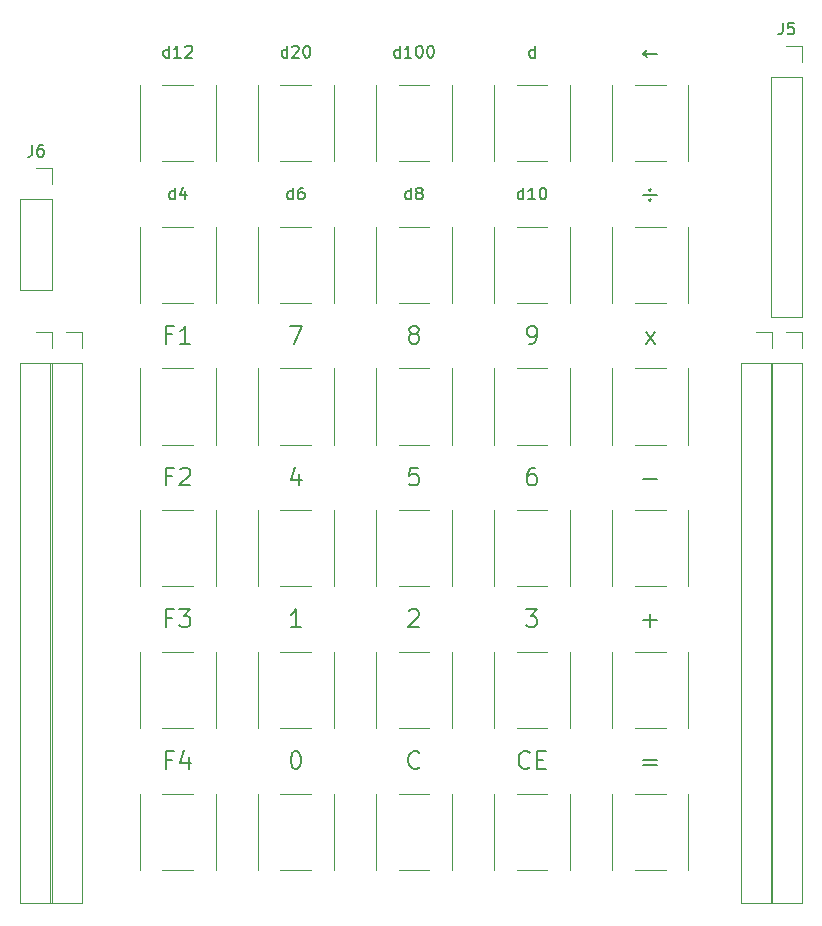
<source format=gto>
G04 #@! TF.GenerationSoftware,KiCad,Pcbnew,5.1.6-c6e7f7d~87~ubuntu18.04.1*
G04 #@! TF.CreationDate,2021-01-10T20:40:06-05:00*
G04 #@! TF.ProjectId,dicecalc,64696365-6361-46c6-932e-6b696361645f,rev?*
G04 #@! TF.SameCoordinates,Original*
G04 #@! TF.FileFunction,Legend,Top*
G04 #@! TF.FilePolarity,Positive*
%FSLAX46Y46*%
G04 Gerber Fmt 4.6, Leading zero omitted, Abs format (unit mm)*
G04 Created by KiCad (PCBNEW 5.1.6-c6e7f7d~87~ubuntu18.04.1) date 2021-01-10 20:40:06*
%MOMM*%
%LPD*%
G01*
G04 APERTURE LIST*
%ADD10C,0.150000*%
%ADD11C,0.120000*%
G04 APERTURE END LIST*
D10*
X119471428Y-87207142D02*
X118328571Y-87207142D01*
X118614285Y-87492857D02*
X118328571Y-87207142D01*
X118614285Y-86921428D01*
X109114285Y-87552380D02*
X109114285Y-86552380D01*
X109114285Y-87504761D02*
X109019047Y-87552380D01*
X108828571Y-87552380D01*
X108733333Y-87504761D01*
X108685714Y-87457142D01*
X108638095Y-87361904D01*
X108638095Y-87076190D01*
X108685714Y-86980952D01*
X108733333Y-86933333D01*
X108828571Y-86885714D01*
X109019047Y-86885714D01*
X109114285Y-86933333D01*
X97685714Y-87552380D02*
X97685714Y-86552380D01*
X97685714Y-87504761D02*
X97590476Y-87552380D01*
X97400000Y-87552380D01*
X97304761Y-87504761D01*
X97257142Y-87457142D01*
X97209523Y-87361904D01*
X97209523Y-87076190D01*
X97257142Y-86980952D01*
X97304761Y-86933333D01*
X97400000Y-86885714D01*
X97590476Y-86885714D01*
X97685714Y-86933333D01*
X98685714Y-87552380D02*
X98114285Y-87552380D01*
X98400000Y-87552380D02*
X98400000Y-86552380D01*
X98304761Y-86695238D01*
X98209523Y-86790476D01*
X98114285Y-86838095D01*
X99304761Y-86552380D02*
X99400000Y-86552380D01*
X99495238Y-86600000D01*
X99542857Y-86647619D01*
X99590476Y-86742857D01*
X99638095Y-86933333D01*
X99638095Y-87171428D01*
X99590476Y-87361904D01*
X99542857Y-87457142D01*
X99495238Y-87504761D01*
X99400000Y-87552380D01*
X99304761Y-87552380D01*
X99209523Y-87504761D01*
X99161904Y-87457142D01*
X99114285Y-87361904D01*
X99066666Y-87171428D01*
X99066666Y-86933333D01*
X99114285Y-86742857D01*
X99161904Y-86647619D01*
X99209523Y-86600000D01*
X99304761Y-86552380D01*
X100257142Y-86552380D02*
X100352380Y-86552380D01*
X100447619Y-86600000D01*
X100495238Y-86647619D01*
X100542857Y-86742857D01*
X100590476Y-86933333D01*
X100590476Y-87171428D01*
X100542857Y-87361904D01*
X100495238Y-87457142D01*
X100447619Y-87504761D01*
X100352380Y-87552380D01*
X100257142Y-87552380D01*
X100161904Y-87504761D01*
X100114285Y-87457142D01*
X100066666Y-87361904D01*
X100019047Y-87171428D01*
X100019047Y-86933333D01*
X100066666Y-86742857D01*
X100114285Y-86647619D01*
X100161904Y-86600000D01*
X100257142Y-86552380D01*
X88161904Y-87552380D02*
X88161904Y-86552380D01*
X88161904Y-87504761D02*
X88066666Y-87552380D01*
X87876190Y-87552380D01*
X87780952Y-87504761D01*
X87733333Y-87457142D01*
X87685714Y-87361904D01*
X87685714Y-87076190D01*
X87733333Y-86980952D01*
X87780952Y-86933333D01*
X87876190Y-86885714D01*
X88066666Y-86885714D01*
X88161904Y-86933333D01*
X88590476Y-86647619D02*
X88638095Y-86600000D01*
X88733333Y-86552380D01*
X88971428Y-86552380D01*
X89066666Y-86600000D01*
X89114285Y-86647619D01*
X89161904Y-86742857D01*
X89161904Y-86838095D01*
X89114285Y-86980952D01*
X88542857Y-87552380D01*
X89161904Y-87552380D01*
X89780952Y-86552380D02*
X89876190Y-86552380D01*
X89971428Y-86600000D01*
X90019047Y-86647619D01*
X90066666Y-86742857D01*
X90114285Y-86933333D01*
X90114285Y-87171428D01*
X90066666Y-87361904D01*
X90019047Y-87457142D01*
X89971428Y-87504761D01*
X89876190Y-87552380D01*
X89780952Y-87552380D01*
X89685714Y-87504761D01*
X89638095Y-87457142D01*
X89590476Y-87361904D01*
X89542857Y-87171428D01*
X89542857Y-86933333D01*
X89590476Y-86742857D01*
X89638095Y-86647619D01*
X89685714Y-86600000D01*
X89780952Y-86552380D01*
X78161904Y-87552380D02*
X78161904Y-86552380D01*
X78161904Y-87504761D02*
X78066666Y-87552380D01*
X77876190Y-87552380D01*
X77780952Y-87504761D01*
X77733333Y-87457142D01*
X77685714Y-87361904D01*
X77685714Y-87076190D01*
X77733333Y-86980952D01*
X77780952Y-86933333D01*
X77876190Y-86885714D01*
X78066666Y-86885714D01*
X78161904Y-86933333D01*
X79161904Y-87552380D02*
X78590476Y-87552380D01*
X78876190Y-87552380D02*
X78876190Y-86552380D01*
X78780952Y-86695238D01*
X78685714Y-86790476D01*
X78590476Y-86838095D01*
X79542857Y-86647619D02*
X79590476Y-86600000D01*
X79685714Y-86552380D01*
X79923809Y-86552380D01*
X80019047Y-86600000D01*
X80066666Y-86647619D01*
X80114285Y-86742857D01*
X80114285Y-86838095D01*
X80066666Y-86980952D01*
X79495238Y-87552380D01*
X80114285Y-87552380D01*
X119471428Y-99207142D02*
X118328571Y-99207142D01*
X118900000Y-99564285D02*
X118971428Y-99635714D01*
X118900000Y-99707142D01*
X118828571Y-99635714D01*
X118900000Y-99564285D01*
X118900000Y-99707142D01*
X118900000Y-98707142D02*
X118971428Y-98778571D01*
X118900000Y-98850000D01*
X118828571Y-98778571D01*
X118900000Y-98707142D01*
X118900000Y-98850000D01*
X108161904Y-99552380D02*
X108161904Y-98552380D01*
X108161904Y-99504761D02*
X108066666Y-99552380D01*
X107876190Y-99552380D01*
X107780952Y-99504761D01*
X107733333Y-99457142D01*
X107685714Y-99361904D01*
X107685714Y-99076190D01*
X107733333Y-98980952D01*
X107780952Y-98933333D01*
X107876190Y-98885714D01*
X108066666Y-98885714D01*
X108161904Y-98933333D01*
X109161904Y-99552380D02*
X108590476Y-99552380D01*
X108876190Y-99552380D02*
X108876190Y-98552380D01*
X108780952Y-98695238D01*
X108685714Y-98790476D01*
X108590476Y-98838095D01*
X109780952Y-98552380D02*
X109876190Y-98552380D01*
X109971428Y-98600000D01*
X110019047Y-98647619D01*
X110066666Y-98742857D01*
X110114285Y-98933333D01*
X110114285Y-99171428D01*
X110066666Y-99361904D01*
X110019047Y-99457142D01*
X109971428Y-99504761D01*
X109876190Y-99552380D01*
X109780952Y-99552380D01*
X109685714Y-99504761D01*
X109638095Y-99457142D01*
X109590476Y-99361904D01*
X109542857Y-99171428D01*
X109542857Y-98933333D01*
X109590476Y-98742857D01*
X109638095Y-98647619D01*
X109685714Y-98600000D01*
X109780952Y-98552380D01*
X98638095Y-99552380D02*
X98638095Y-98552380D01*
X98638095Y-99504761D02*
X98542857Y-99552380D01*
X98352380Y-99552380D01*
X98257142Y-99504761D01*
X98209523Y-99457142D01*
X98161904Y-99361904D01*
X98161904Y-99076190D01*
X98209523Y-98980952D01*
X98257142Y-98933333D01*
X98352380Y-98885714D01*
X98542857Y-98885714D01*
X98638095Y-98933333D01*
X99257142Y-98980952D02*
X99161904Y-98933333D01*
X99114285Y-98885714D01*
X99066666Y-98790476D01*
X99066666Y-98742857D01*
X99114285Y-98647619D01*
X99161904Y-98600000D01*
X99257142Y-98552380D01*
X99447619Y-98552380D01*
X99542857Y-98600000D01*
X99590476Y-98647619D01*
X99638095Y-98742857D01*
X99638095Y-98790476D01*
X99590476Y-98885714D01*
X99542857Y-98933333D01*
X99447619Y-98980952D01*
X99257142Y-98980952D01*
X99161904Y-99028571D01*
X99114285Y-99076190D01*
X99066666Y-99171428D01*
X99066666Y-99361904D01*
X99114285Y-99457142D01*
X99161904Y-99504761D01*
X99257142Y-99552380D01*
X99447619Y-99552380D01*
X99542857Y-99504761D01*
X99590476Y-99457142D01*
X99638095Y-99361904D01*
X99638095Y-99171428D01*
X99590476Y-99076190D01*
X99542857Y-99028571D01*
X99447619Y-98980952D01*
X88638095Y-99552380D02*
X88638095Y-98552380D01*
X88638095Y-99504761D02*
X88542857Y-99552380D01*
X88352380Y-99552380D01*
X88257142Y-99504761D01*
X88209523Y-99457142D01*
X88161904Y-99361904D01*
X88161904Y-99076190D01*
X88209523Y-98980952D01*
X88257142Y-98933333D01*
X88352380Y-98885714D01*
X88542857Y-98885714D01*
X88638095Y-98933333D01*
X89542857Y-98552380D02*
X89352380Y-98552380D01*
X89257142Y-98600000D01*
X89209523Y-98647619D01*
X89114285Y-98790476D01*
X89066666Y-98980952D01*
X89066666Y-99361904D01*
X89114285Y-99457142D01*
X89161904Y-99504761D01*
X89257142Y-99552380D01*
X89447619Y-99552380D01*
X89542857Y-99504761D01*
X89590476Y-99457142D01*
X89638095Y-99361904D01*
X89638095Y-99123809D01*
X89590476Y-99028571D01*
X89542857Y-98980952D01*
X89447619Y-98933333D01*
X89257142Y-98933333D01*
X89161904Y-98980952D01*
X89114285Y-99028571D01*
X89066666Y-99123809D01*
X78638095Y-99552380D02*
X78638095Y-98552380D01*
X78638095Y-99504761D02*
X78542857Y-99552380D01*
X78352380Y-99552380D01*
X78257142Y-99504761D01*
X78209523Y-99457142D01*
X78161904Y-99361904D01*
X78161904Y-99076190D01*
X78209523Y-98980952D01*
X78257142Y-98933333D01*
X78352380Y-98885714D01*
X78542857Y-98885714D01*
X78638095Y-98933333D01*
X79542857Y-98885714D02*
X79542857Y-99552380D01*
X79304761Y-98504761D02*
X79066666Y-99219047D01*
X79685714Y-99219047D01*
X118507142Y-111778571D02*
X119292857Y-110778571D01*
X118507142Y-110778571D02*
X119292857Y-111778571D01*
X108614285Y-111778571D02*
X108900000Y-111778571D01*
X109042857Y-111707142D01*
X109114285Y-111635714D01*
X109257142Y-111421428D01*
X109328571Y-111135714D01*
X109328571Y-110564285D01*
X109257142Y-110421428D01*
X109185714Y-110350000D01*
X109042857Y-110278571D01*
X108757142Y-110278571D01*
X108614285Y-110350000D01*
X108542857Y-110421428D01*
X108471428Y-110564285D01*
X108471428Y-110921428D01*
X108542857Y-111064285D01*
X108614285Y-111135714D01*
X108757142Y-111207142D01*
X109042857Y-111207142D01*
X109185714Y-111135714D01*
X109257142Y-111064285D01*
X109328571Y-110921428D01*
X98757142Y-110921428D02*
X98614285Y-110850000D01*
X98542857Y-110778571D01*
X98471428Y-110635714D01*
X98471428Y-110564285D01*
X98542857Y-110421428D01*
X98614285Y-110350000D01*
X98757142Y-110278571D01*
X99042857Y-110278571D01*
X99185714Y-110350000D01*
X99257142Y-110421428D01*
X99328571Y-110564285D01*
X99328571Y-110635714D01*
X99257142Y-110778571D01*
X99185714Y-110850000D01*
X99042857Y-110921428D01*
X98757142Y-110921428D01*
X98614285Y-110992857D01*
X98542857Y-111064285D01*
X98471428Y-111207142D01*
X98471428Y-111492857D01*
X98542857Y-111635714D01*
X98614285Y-111707142D01*
X98757142Y-111778571D01*
X99042857Y-111778571D01*
X99185714Y-111707142D01*
X99257142Y-111635714D01*
X99328571Y-111492857D01*
X99328571Y-111207142D01*
X99257142Y-111064285D01*
X99185714Y-110992857D01*
X99042857Y-110921428D01*
X88400000Y-110278571D02*
X89400000Y-110278571D01*
X88757142Y-111778571D01*
X78400000Y-110992857D02*
X77900000Y-110992857D01*
X77900000Y-111778571D02*
X77900000Y-110278571D01*
X78614285Y-110278571D01*
X79971428Y-111778571D02*
X79114285Y-111778571D01*
X79542857Y-111778571D02*
X79542857Y-110278571D01*
X79400000Y-110492857D01*
X79257142Y-110635714D01*
X79114285Y-110707142D01*
X118328571Y-123207142D02*
X119471428Y-123207142D01*
X109185714Y-122278571D02*
X108900000Y-122278571D01*
X108757142Y-122350000D01*
X108685714Y-122421428D01*
X108542857Y-122635714D01*
X108471428Y-122921428D01*
X108471428Y-123492857D01*
X108542857Y-123635714D01*
X108614285Y-123707142D01*
X108757142Y-123778571D01*
X109042857Y-123778571D01*
X109185714Y-123707142D01*
X109257142Y-123635714D01*
X109328571Y-123492857D01*
X109328571Y-123135714D01*
X109257142Y-122992857D01*
X109185714Y-122921428D01*
X109042857Y-122850000D01*
X108757142Y-122850000D01*
X108614285Y-122921428D01*
X108542857Y-122992857D01*
X108471428Y-123135714D01*
X99257142Y-122278571D02*
X98542857Y-122278571D01*
X98471428Y-122992857D01*
X98542857Y-122921428D01*
X98685714Y-122850000D01*
X99042857Y-122850000D01*
X99185714Y-122921428D01*
X99257142Y-122992857D01*
X99328571Y-123135714D01*
X99328571Y-123492857D01*
X99257142Y-123635714D01*
X99185714Y-123707142D01*
X99042857Y-123778571D01*
X98685714Y-123778571D01*
X98542857Y-123707142D01*
X98471428Y-123635714D01*
X89185714Y-122778571D02*
X89185714Y-123778571D01*
X88828571Y-122207142D02*
X88471428Y-123278571D01*
X89400000Y-123278571D01*
X78400000Y-122992857D02*
X77900000Y-122992857D01*
X77900000Y-123778571D02*
X77900000Y-122278571D01*
X78614285Y-122278571D01*
X79114285Y-122421428D02*
X79185714Y-122350000D01*
X79328571Y-122278571D01*
X79685714Y-122278571D01*
X79828571Y-122350000D01*
X79900000Y-122421428D01*
X79971428Y-122564285D01*
X79971428Y-122707142D01*
X79900000Y-122921428D01*
X79042857Y-123778571D01*
X79971428Y-123778571D01*
X118328571Y-135207142D02*
X119471428Y-135207142D01*
X118900000Y-135778571D02*
X118900000Y-134635714D01*
X108400000Y-134278571D02*
X109328571Y-134278571D01*
X108828571Y-134850000D01*
X109042857Y-134850000D01*
X109185714Y-134921428D01*
X109257142Y-134992857D01*
X109328571Y-135135714D01*
X109328571Y-135492857D01*
X109257142Y-135635714D01*
X109185714Y-135707142D01*
X109042857Y-135778571D01*
X108614285Y-135778571D01*
X108471428Y-135707142D01*
X108400000Y-135635714D01*
X98471428Y-134421428D02*
X98542857Y-134350000D01*
X98685714Y-134278571D01*
X99042857Y-134278571D01*
X99185714Y-134350000D01*
X99257142Y-134421428D01*
X99328571Y-134564285D01*
X99328571Y-134707142D01*
X99257142Y-134921428D01*
X98400000Y-135778571D01*
X99328571Y-135778571D01*
X89328571Y-135778571D02*
X88471428Y-135778571D01*
X88900000Y-135778571D02*
X88900000Y-134278571D01*
X88757142Y-134492857D01*
X88614285Y-134635714D01*
X88471428Y-134707142D01*
X78400000Y-134992857D02*
X77900000Y-134992857D01*
X77900000Y-135778571D02*
X77900000Y-134278571D01*
X78614285Y-134278571D01*
X79042857Y-134278571D02*
X79971428Y-134278571D01*
X79471428Y-134850000D01*
X79685714Y-134850000D01*
X79828571Y-134921428D01*
X79900000Y-134992857D01*
X79971428Y-135135714D01*
X79971428Y-135492857D01*
X79900000Y-135635714D01*
X79828571Y-135707142D01*
X79685714Y-135778571D01*
X79257142Y-135778571D01*
X79114285Y-135707142D01*
X79042857Y-135635714D01*
X118328571Y-146992857D02*
X119471428Y-146992857D01*
X119471428Y-147421428D02*
X118328571Y-147421428D01*
X108685714Y-147635714D02*
X108614285Y-147707142D01*
X108400000Y-147778571D01*
X108257142Y-147778571D01*
X108042857Y-147707142D01*
X107900000Y-147564285D01*
X107828571Y-147421428D01*
X107757142Y-147135714D01*
X107757142Y-146921428D01*
X107828571Y-146635714D01*
X107900000Y-146492857D01*
X108042857Y-146350000D01*
X108257142Y-146278571D01*
X108400000Y-146278571D01*
X108614285Y-146350000D01*
X108685714Y-146421428D01*
X109328571Y-146992857D02*
X109828571Y-146992857D01*
X110042857Y-147778571D02*
X109328571Y-147778571D01*
X109328571Y-146278571D01*
X110042857Y-146278571D01*
X99364285Y-147635714D02*
X99292857Y-147707142D01*
X99078571Y-147778571D01*
X98935714Y-147778571D01*
X98721428Y-147707142D01*
X98578571Y-147564285D01*
X98507142Y-147421428D01*
X98435714Y-147135714D01*
X98435714Y-146921428D01*
X98507142Y-146635714D01*
X98578571Y-146492857D01*
X98721428Y-146350000D01*
X98935714Y-146278571D01*
X99078571Y-146278571D01*
X99292857Y-146350000D01*
X99364285Y-146421428D01*
X88828571Y-146278571D02*
X88971428Y-146278571D01*
X89114285Y-146350000D01*
X89185714Y-146421428D01*
X89257142Y-146564285D01*
X89328571Y-146850000D01*
X89328571Y-147207142D01*
X89257142Y-147492857D01*
X89185714Y-147635714D01*
X89114285Y-147707142D01*
X88971428Y-147778571D01*
X88828571Y-147778571D01*
X88685714Y-147707142D01*
X88614285Y-147635714D01*
X88542857Y-147492857D01*
X88471428Y-147207142D01*
X88471428Y-146850000D01*
X88542857Y-146564285D01*
X88614285Y-146421428D01*
X88685714Y-146350000D01*
X88828571Y-146278571D01*
X78400000Y-146992857D02*
X77900000Y-146992857D01*
X77900000Y-147778571D02*
X77900000Y-146278571D01*
X78614285Y-146278571D01*
X79828571Y-146778571D02*
X79828571Y-147778571D01*
X79471428Y-146207142D02*
X79114285Y-147278571D01*
X80042857Y-147278571D01*
D11*
X115670000Y-137870000D02*
X115670000Y-144330000D01*
X120200000Y-137870000D02*
X117600000Y-137870000D01*
X122130000Y-137870000D02*
X122130000Y-144330000D01*
X120200000Y-144330000D02*
X117600000Y-144330000D01*
X122100000Y-137870000D02*
X122130000Y-137870000D01*
X115670000Y-137870000D02*
X115700000Y-137870000D01*
X115670000Y-144330000D02*
X115700000Y-144330000D01*
X122130000Y-144330000D02*
X122100000Y-144330000D01*
X65570000Y-113370000D02*
X68230000Y-113370000D01*
X65570000Y-113370000D02*
X65570000Y-159150000D01*
X65570000Y-159150000D02*
X68230000Y-159150000D01*
X68230000Y-113370000D02*
X68230000Y-159150000D01*
X68230000Y-110770000D02*
X68230000Y-112100000D01*
X66900000Y-110770000D02*
X68230000Y-110770000D01*
X69440000Y-110770000D02*
X70770000Y-110770000D01*
X70770000Y-110770000D02*
X70770000Y-112100000D01*
X70770000Y-113370000D02*
X70770000Y-159150000D01*
X68110000Y-159150000D02*
X70770000Y-159150000D01*
X68110000Y-113370000D02*
X68110000Y-159150000D01*
X68110000Y-113370000D02*
X70770000Y-113370000D01*
X126570000Y-113370000D02*
X129230000Y-113370000D01*
X126570000Y-113370000D02*
X126570000Y-159150000D01*
X126570000Y-159150000D02*
X129230000Y-159150000D01*
X129230000Y-113370000D02*
X129230000Y-159150000D01*
X129230000Y-110770000D02*
X129230000Y-112100000D01*
X127900000Y-110770000D02*
X129230000Y-110770000D01*
X130440000Y-110770000D02*
X131770000Y-110770000D01*
X131770000Y-110770000D02*
X131770000Y-112100000D01*
X131770000Y-113370000D02*
X131770000Y-159150000D01*
X129110000Y-159150000D02*
X131770000Y-159150000D01*
X129110000Y-113370000D02*
X129110000Y-159150000D01*
X129110000Y-113370000D02*
X131770000Y-113370000D01*
X85670000Y-149870000D02*
X85700000Y-149870000D01*
X92130000Y-149870000D02*
X92100000Y-149870000D01*
X92130000Y-156330000D02*
X92100000Y-156330000D01*
X85700000Y-156330000D02*
X85670000Y-156330000D01*
X87600000Y-149870000D02*
X90200000Y-149870000D01*
X85670000Y-156330000D02*
X85670000Y-149870000D01*
X87600000Y-156330000D02*
X90200000Y-156330000D01*
X92130000Y-156330000D02*
X92130000Y-149870000D01*
X92130000Y-144330000D02*
X92130000Y-137870000D01*
X87600000Y-144330000D02*
X90200000Y-144330000D01*
X85670000Y-144330000D02*
X85670000Y-137870000D01*
X87600000Y-137870000D02*
X90200000Y-137870000D01*
X85700000Y-144330000D02*
X85670000Y-144330000D01*
X92130000Y-144330000D02*
X92100000Y-144330000D01*
X92130000Y-137870000D02*
X92100000Y-137870000D01*
X85670000Y-137870000D02*
X85700000Y-137870000D01*
X95670000Y-137870000D02*
X95670000Y-144330000D01*
X100200000Y-137870000D02*
X97600000Y-137870000D01*
X102130000Y-137870000D02*
X102130000Y-144330000D01*
X100200000Y-144330000D02*
X97600000Y-144330000D01*
X102100000Y-137870000D02*
X102130000Y-137870000D01*
X95670000Y-137870000D02*
X95700000Y-137870000D01*
X95670000Y-144330000D02*
X95700000Y-144330000D01*
X102130000Y-144330000D02*
X102100000Y-144330000D01*
X105670000Y-137870000D02*
X105670000Y-144330000D01*
X110200000Y-137870000D02*
X107600000Y-137870000D01*
X112130000Y-137870000D02*
X112130000Y-144330000D01*
X110200000Y-144330000D02*
X107600000Y-144330000D01*
X112100000Y-137870000D02*
X112130000Y-137870000D01*
X105670000Y-137870000D02*
X105700000Y-137870000D01*
X105670000Y-144330000D02*
X105700000Y-144330000D01*
X112130000Y-144330000D02*
X112100000Y-144330000D01*
X92130000Y-132330000D02*
X92130000Y-125870000D01*
X87600000Y-132330000D02*
X90200000Y-132330000D01*
X85670000Y-132330000D02*
X85670000Y-125870000D01*
X87600000Y-125870000D02*
X90200000Y-125870000D01*
X85700000Y-132330000D02*
X85670000Y-132330000D01*
X92130000Y-132330000D02*
X92100000Y-132330000D01*
X92130000Y-125870000D02*
X92100000Y-125870000D01*
X85670000Y-125870000D02*
X85700000Y-125870000D01*
X102130000Y-132330000D02*
X102100000Y-132330000D01*
X95670000Y-132330000D02*
X95700000Y-132330000D01*
X95670000Y-125870000D02*
X95700000Y-125870000D01*
X102100000Y-125870000D02*
X102130000Y-125870000D01*
X100200000Y-132330000D02*
X97600000Y-132330000D01*
X102130000Y-125870000D02*
X102130000Y-132330000D01*
X100200000Y-125870000D02*
X97600000Y-125870000D01*
X95670000Y-125870000D02*
X95670000Y-132330000D01*
X105670000Y-125870000D02*
X105670000Y-132330000D01*
X110200000Y-125870000D02*
X107600000Y-125870000D01*
X112130000Y-125870000D02*
X112130000Y-132330000D01*
X110200000Y-132330000D02*
X107600000Y-132330000D01*
X112100000Y-125870000D02*
X112130000Y-125870000D01*
X105670000Y-125870000D02*
X105700000Y-125870000D01*
X105670000Y-132330000D02*
X105700000Y-132330000D01*
X112130000Y-132330000D02*
X112100000Y-132330000D01*
X92130000Y-120330000D02*
X92130000Y-113870000D01*
X87600000Y-120330000D02*
X90200000Y-120330000D01*
X85670000Y-120330000D02*
X85670000Y-113870000D01*
X87600000Y-113870000D02*
X90200000Y-113870000D01*
X85700000Y-120330000D02*
X85670000Y-120330000D01*
X92130000Y-120330000D02*
X92100000Y-120330000D01*
X92130000Y-113870000D02*
X92100000Y-113870000D01*
X85670000Y-113870000D02*
X85700000Y-113870000D01*
X102130000Y-120330000D02*
X102130000Y-113870000D01*
X97600000Y-120330000D02*
X100200000Y-120330000D01*
X95670000Y-120330000D02*
X95670000Y-113870000D01*
X97600000Y-113870000D02*
X100200000Y-113870000D01*
X95700000Y-120330000D02*
X95670000Y-120330000D01*
X102130000Y-120330000D02*
X102100000Y-120330000D01*
X102130000Y-113870000D02*
X102100000Y-113870000D01*
X95670000Y-113870000D02*
X95700000Y-113870000D01*
X112130000Y-120330000D02*
X112100000Y-120330000D01*
X105670000Y-120330000D02*
X105700000Y-120330000D01*
X105670000Y-113870000D02*
X105700000Y-113870000D01*
X112100000Y-113870000D02*
X112130000Y-113870000D01*
X110200000Y-120330000D02*
X107600000Y-120330000D01*
X112130000Y-113870000D02*
X112130000Y-120330000D01*
X110200000Y-113870000D02*
X107600000Y-113870000D01*
X105670000Y-113870000D02*
X105670000Y-120330000D01*
X115670000Y-125870000D02*
X115670000Y-132330000D01*
X120200000Y-125870000D02*
X117600000Y-125870000D01*
X122130000Y-125870000D02*
X122130000Y-132330000D01*
X120200000Y-132330000D02*
X117600000Y-132330000D01*
X122100000Y-125870000D02*
X122130000Y-125870000D01*
X115670000Y-125870000D02*
X115700000Y-125870000D01*
X115670000Y-132330000D02*
X115700000Y-132330000D01*
X122130000Y-132330000D02*
X122100000Y-132330000D01*
X122130000Y-120330000D02*
X122100000Y-120330000D01*
X115670000Y-120330000D02*
X115700000Y-120330000D01*
X115670000Y-113870000D02*
X115700000Y-113870000D01*
X122100000Y-113870000D02*
X122130000Y-113870000D01*
X120200000Y-120330000D02*
X117600000Y-120330000D01*
X122130000Y-113870000D02*
X122130000Y-120330000D01*
X120200000Y-113870000D02*
X117600000Y-113870000D01*
X115670000Y-113870000D02*
X115670000Y-120330000D01*
X122130000Y-108330000D02*
X122100000Y-108330000D01*
X115670000Y-108330000D02*
X115700000Y-108330000D01*
X115670000Y-101870000D02*
X115700000Y-101870000D01*
X122100000Y-101870000D02*
X122130000Y-101870000D01*
X120200000Y-108330000D02*
X117600000Y-108330000D01*
X122130000Y-101870000D02*
X122130000Y-108330000D01*
X120200000Y-101870000D02*
X117600000Y-101870000D01*
X115670000Y-101870000D02*
X115670000Y-108330000D01*
X112130000Y-96330000D02*
X112100000Y-96330000D01*
X105670000Y-96330000D02*
X105700000Y-96330000D01*
X105670000Y-89870000D02*
X105700000Y-89870000D01*
X112100000Y-89870000D02*
X112130000Y-89870000D01*
X110200000Y-96330000D02*
X107600000Y-96330000D01*
X112130000Y-89870000D02*
X112130000Y-96330000D01*
X110200000Y-89870000D02*
X107600000Y-89870000D01*
X105670000Y-89870000D02*
X105670000Y-96330000D01*
X82130000Y-108330000D02*
X82130000Y-101870000D01*
X77600000Y-108330000D02*
X80200000Y-108330000D01*
X75670000Y-108330000D02*
X75670000Y-101870000D01*
X77600000Y-101870000D02*
X80200000Y-101870000D01*
X75700000Y-108330000D02*
X75670000Y-108330000D01*
X82130000Y-108330000D02*
X82100000Y-108330000D01*
X82130000Y-101870000D02*
X82100000Y-101870000D01*
X75670000Y-101870000D02*
X75700000Y-101870000D01*
X92130000Y-108330000D02*
X92130000Y-101870000D01*
X87600000Y-108330000D02*
X90200000Y-108330000D01*
X85670000Y-108330000D02*
X85670000Y-101870000D01*
X87600000Y-101870000D02*
X90200000Y-101870000D01*
X85700000Y-108330000D02*
X85670000Y-108330000D01*
X92130000Y-108330000D02*
X92100000Y-108330000D01*
X92130000Y-101870000D02*
X92100000Y-101870000D01*
X85670000Y-101870000D02*
X85700000Y-101870000D01*
X102130000Y-108330000D02*
X102130000Y-101870000D01*
X97600000Y-108330000D02*
X100200000Y-108330000D01*
X95670000Y-108330000D02*
X95670000Y-101870000D01*
X97600000Y-101870000D02*
X100200000Y-101870000D01*
X95700000Y-108330000D02*
X95670000Y-108330000D01*
X102130000Y-108330000D02*
X102100000Y-108330000D01*
X102130000Y-101870000D02*
X102100000Y-101870000D01*
X95670000Y-101870000D02*
X95700000Y-101870000D01*
X105670000Y-101870000D02*
X105670000Y-108330000D01*
X110200000Y-101870000D02*
X107600000Y-101870000D01*
X112130000Y-101870000D02*
X112130000Y-108330000D01*
X110200000Y-108330000D02*
X107600000Y-108330000D01*
X112100000Y-101870000D02*
X112130000Y-101870000D01*
X105670000Y-101870000D02*
X105700000Y-101870000D01*
X105670000Y-108330000D02*
X105700000Y-108330000D01*
X112130000Y-108330000D02*
X112100000Y-108330000D01*
X75670000Y-89870000D02*
X75700000Y-89870000D01*
X82130000Y-89870000D02*
X82100000Y-89870000D01*
X82130000Y-96330000D02*
X82100000Y-96330000D01*
X75700000Y-96330000D02*
X75670000Y-96330000D01*
X77600000Y-89870000D02*
X80200000Y-89870000D01*
X75670000Y-96330000D02*
X75670000Y-89870000D01*
X77600000Y-96330000D02*
X80200000Y-96330000D01*
X82130000Y-96330000D02*
X82130000Y-89870000D01*
X85670000Y-89870000D02*
X85700000Y-89870000D01*
X92130000Y-89870000D02*
X92100000Y-89870000D01*
X92130000Y-96330000D02*
X92100000Y-96330000D01*
X85700000Y-96330000D02*
X85670000Y-96330000D01*
X87600000Y-89870000D02*
X90200000Y-89870000D01*
X85670000Y-96330000D02*
X85670000Y-89870000D01*
X87600000Y-96330000D02*
X90200000Y-96330000D01*
X92130000Y-96330000D02*
X92130000Y-89870000D01*
X102130000Y-96330000D02*
X102130000Y-89870000D01*
X97600000Y-96330000D02*
X100200000Y-96330000D01*
X95670000Y-96330000D02*
X95670000Y-89870000D01*
X97600000Y-89870000D02*
X100200000Y-89870000D01*
X95700000Y-96330000D02*
X95670000Y-96330000D01*
X102130000Y-96330000D02*
X102100000Y-96330000D01*
X102130000Y-89870000D02*
X102100000Y-89870000D01*
X95670000Y-89870000D02*
X95700000Y-89870000D01*
X122130000Y-156330000D02*
X122100000Y-156330000D01*
X115670000Y-156330000D02*
X115700000Y-156330000D01*
X115670000Y-149870000D02*
X115700000Y-149870000D01*
X122100000Y-149870000D02*
X122130000Y-149870000D01*
X120200000Y-156330000D02*
X117600000Y-156330000D01*
X122130000Y-149870000D02*
X122130000Y-156330000D01*
X120200000Y-149870000D02*
X117600000Y-149870000D01*
X115670000Y-149870000D02*
X115670000Y-156330000D01*
X115670000Y-89870000D02*
X115670000Y-96330000D01*
X120200000Y-89870000D02*
X117600000Y-89870000D01*
X122130000Y-89870000D02*
X122130000Y-96330000D01*
X120200000Y-96330000D02*
X117600000Y-96330000D01*
X122100000Y-89870000D02*
X122130000Y-89870000D01*
X115670000Y-89870000D02*
X115700000Y-89870000D01*
X115670000Y-96330000D02*
X115700000Y-96330000D01*
X122130000Y-96330000D02*
X122100000Y-96330000D01*
X102130000Y-156330000D02*
X102100000Y-156330000D01*
X95670000Y-156330000D02*
X95700000Y-156330000D01*
X95670000Y-149870000D02*
X95700000Y-149870000D01*
X102100000Y-149870000D02*
X102130000Y-149870000D01*
X100200000Y-156330000D02*
X97600000Y-156330000D01*
X102130000Y-149870000D02*
X102130000Y-156330000D01*
X100200000Y-149870000D02*
X97600000Y-149870000D01*
X95670000Y-149870000D02*
X95670000Y-156330000D01*
X112130000Y-156330000D02*
X112100000Y-156330000D01*
X105670000Y-156330000D02*
X105700000Y-156330000D01*
X105670000Y-149870000D02*
X105700000Y-149870000D01*
X112100000Y-149870000D02*
X112130000Y-149870000D01*
X110200000Y-156330000D02*
X107600000Y-156330000D01*
X112130000Y-149870000D02*
X112130000Y-156330000D01*
X110200000Y-149870000D02*
X107600000Y-149870000D01*
X105670000Y-149870000D02*
X105670000Y-156330000D01*
X75670000Y-113870000D02*
X75700000Y-113870000D01*
X82130000Y-113870000D02*
X82100000Y-113870000D01*
X82130000Y-120330000D02*
X82100000Y-120330000D01*
X75700000Y-120330000D02*
X75670000Y-120330000D01*
X77600000Y-113870000D02*
X80200000Y-113870000D01*
X75670000Y-120330000D02*
X75670000Y-113870000D01*
X77600000Y-120330000D02*
X80200000Y-120330000D01*
X82130000Y-120330000D02*
X82130000Y-113870000D01*
X75670000Y-125870000D02*
X75700000Y-125870000D01*
X82130000Y-125870000D02*
X82100000Y-125870000D01*
X82130000Y-132330000D02*
X82100000Y-132330000D01*
X75700000Y-132330000D02*
X75670000Y-132330000D01*
X77600000Y-125870000D02*
X80200000Y-125870000D01*
X75670000Y-132330000D02*
X75670000Y-125870000D01*
X77600000Y-132330000D02*
X80200000Y-132330000D01*
X82130000Y-132330000D02*
X82130000Y-125870000D01*
X75670000Y-137870000D02*
X75700000Y-137870000D01*
X82130000Y-137870000D02*
X82100000Y-137870000D01*
X82130000Y-144330000D02*
X82100000Y-144330000D01*
X75700000Y-144330000D02*
X75670000Y-144330000D01*
X77600000Y-137870000D02*
X80200000Y-137870000D01*
X75670000Y-144330000D02*
X75670000Y-137870000D01*
X77600000Y-144330000D02*
X80200000Y-144330000D01*
X82130000Y-144330000D02*
X82130000Y-137870000D01*
X75670000Y-149870000D02*
X75700000Y-149870000D01*
X82130000Y-149870000D02*
X82100000Y-149870000D01*
X82130000Y-156330000D02*
X82100000Y-156330000D01*
X75700000Y-156330000D02*
X75670000Y-156330000D01*
X77600000Y-149870000D02*
X80200000Y-149870000D01*
X75670000Y-156330000D02*
X75670000Y-149870000D01*
X77600000Y-156330000D02*
X80200000Y-156330000D01*
X82130000Y-156330000D02*
X82130000Y-149870000D01*
X130440000Y-86570000D02*
X131770000Y-86570000D01*
X131770000Y-86570000D02*
X131770000Y-87900000D01*
X131770000Y-89170000D02*
X131770000Y-109550000D01*
X129110000Y-109550000D02*
X131770000Y-109550000D01*
X129110000Y-89170000D02*
X129110000Y-109550000D01*
X129110000Y-89170000D02*
X131770000Y-89170000D01*
X66900000Y-96920000D02*
X68230000Y-96920000D01*
X68230000Y-96920000D02*
X68230000Y-98250000D01*
X68230000Y-99520000D02*
X68230000Y-107200000D01*
X65570000Y-107200000D02*
X68230000Y-107200000D01*
X65570000Y-99520000D02*
X65570000Y-107200000D01*
X65570000Y-99520000D02*
X68230000Y-99520000D01*
D10*
X130106666Y-84582380D02*
X130106666Y-85296666D01*
X130059047Y-85439523D01*
X129963809Y-85534761D01*
X129820952Y-85582380D01*
X129725714Y-85582380D01*
X131059047Y-84582380D02*
X130582857Y-84582380D01*
X130535238Y-85058571D01*
X130582857Y-85010952D01*
X130678095Y-84963333D01*
X130916190Y-84963333D01*
X131011428Y-85010952D01*
X131059047Y-85058571D01*
X131106666Y-85153809D01*
X131106666Y-85391904D01*
X131059047Y-85487142D01*
X131011428Y-85534761D01*
X130916190Y-85582380D01*
X130678095Y-85582380D01*
X130582857Y-85534761D01*
X130535238Y-85487142D01*
X66566666Y-94932380D02*
X66566666Y-95646666D01*
X66519047Y-95789523D01*
X66423809Y-95884761D01*
X66280952Y-95932380D01*
X66185714Y-95932380D01*
X67471428Y-94932380D02*
X67280952Y-94932380D01*
X67185714Y-94980000D01*
X67138095Y-95027619D01*
X67042857Y-95170476D01*
X66995238Y-95360952D01*
X66995238Y-95741904D01*
X67042857Y-95837142D01*
X67090476Y-95884761D01*
X67185714Y-95932380D01*
X67376190Y-95932380D01*
X67471428Y-95884761D01*
X67519047Y-95837142D01*
X67566666Y-95741904D01*
X67566666Y-95503809D01*
X67519047Y-95408571D01*
X67471428Y-95360952D01*
X67376190Y-95313333D01*
X67185714Y-95313333D01*
X67090476Y-95360952D01*
X67042857Y-95408571D01*
X66995238Y-95503809D01*
M02*

</source>
